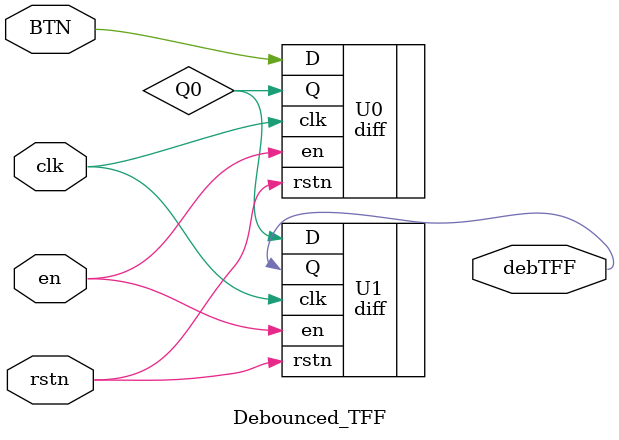
<source format=v>
`timescale 1ns / 1ps


module Debounced_TFF(
        input clk, en, rstn, BTN,
        output debTFF
    );
    
    wire Q0;
    
    diff U0 ( .clk(clk), .en(en), .D(BTN), .rstn(rstn), .Q(Q0) );
    diff U1 ( .clk(clk), .en(en), .D(Q0),  .rstn(rstn), .Q(debTFF)  );
//    tff  U2 ( .clk(clk), .en(en), .T(~Q1&Q0),  .rstn(rstn), .Q(debTFF) ); 
    
    
endmodule

</source>
